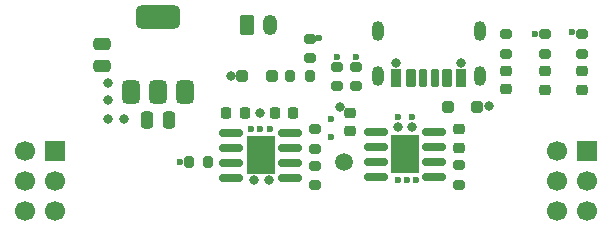
<source format=gts>
G04 #@! TF.GenerationSoftware,KiCad,Pcbnew,9.0.1*
G04 #@! TF.CreationDate,2025-05-19T19:02:10+12:00*
G04 #@! TF.ProjectId,breadbat,62726561-6462-4617-942e-6b696361645f,v1.0.0*
G04 #@! TF.SameCoordinates,Original*
G04 #@! TF.FileFunction,Soldermask,Top*
G04 #@! TF.FilePolarity,Negative*
%FSLAX46Y46*%
G04 Gerber Fmt 4.6, Leading zero omitted, Abs format (unit mm)*
G04 Created by KiCad (PCBNEW 9.0.1) date 2025-05-19 19:02:10*
%MOMM*%
%LPD*%
G01*
G04 APERTURE LIST*
G04 Aperture macros list*
%AMRoundRect*
0 Rectangle with rounded corners*
0 $1 Rounding radius*
0 $2 $3 $4 $5 $6 $7 $8 $9 X,Y pos of 4 corners*
0 Add a 4 corners polygon primitive as box body*
4,1,4,$2,$3,$4,$5,$6,$7,$8,$9,$2,$3,0*
0 Add four circle primitives for the rounded corners*
1,1,$1+$1,$2,$3*
1,1,$1+$1,$4,$5*
1,1,$1+$1,$6,$7*
1,1,$1+$1,$8,$9*
0 Add four rect primitives between the rounded corners*
20,1,$1+$1,$2,$3,$4,$5,0*
20,1,$1+$1,$4,$5,$6,$7,0*
20,1,$1+$1,$6,$7,$8,$9,0*
20,1,$1+$1,$8,$9,$2,$3,0*%
G04 Aperture macros list end*
%ADD10RoundRect,0.225000X-0.250000X0.225000X-0.250000X-0.225000X0.250000X-0.225000X0.250000X0.225000X0*%
%ADD11C,1.500000*%
%ADD12RoundRect,0.375000X0.375000X-0.625000X0.375000X0.625000X-0.375000X0.625000X-0.375000X-0.625000X0*%
%ADD13RoundRect,0.500000X1.400000X-0.500000X1.400000X0.500000X-1.400000X0.500000X-1.400000X-0.500000X0*%
%ADD14RoundRect,0.200000X-0.275000X0.200000X-0.275000X-0.200000X0.275000X-0.200000X0.275000X0.200000X0*%
%ADD15RoundRect,0.150000X0.825000X0.150000X-0.825000X0.150000X-0.825000X-0.150000X0.825000X-0.150000X0*%
%ADD16R,2.410000X3.300000*%
%ADD17RoundRect,0.250000X0.250000X0.475000X-0.250000X0.475000X-0.250000X-0.475000X0.250000X-0.475000X0*%
%ADD18RoundRect,0.200000X0.200000X0.275000X-0.200000X0.275000X-0.200000X-0.275000X0.200000X-0.275000X0*%
%ADD19O,1.200000X1.750000*%
%ADD20RoundRect,0.250000X-0.350000X-0.625000X0.350000X-0.625000X0.350000X0.625000X-0.350000X0.625000X0*%
%ADD21RoundRect,0.250000X0.250000X0.250000X-0.250000X0.250000X-0.250000X-0.250000X0.250000X-0.250000X0*%
%ADD22RoundRect,0.218750X0.256250X-0.218750X0.256250X0.218750X-0.256250X0.218750X-0.256250X-0.218750X0*%
%ADD23RoundRect,0.250000X-0.250000X-0.250000X0.250000X-0.250000X0.250000X0.250000X-0.250000X0.250000X0*%
%ADD24RoundRect,0.218750X-0.256250X0.218750X-0.256250X-0.218750X0.256250X-0.218750X0.256250X0.218750X0*%
%ADD25RoundRect,0.200000X0.275000X-0.200000X0.275000X0.200000X-0.275000X0.200000X-0.275000X-0.200000X0*%
%ADD26RoundRect,0.225000X0.250000X-0.225000X0.250000X0.225000X-0.250000X0.225000X-0.250000X-0.225000X0*%
%ADD27RoundRect,0.225000X0.225000X0.250000X-0.225000X0.250000X-0.225000X-0.250000X0.225000X-0.250000X0*%
%ADD28RoundRect,0.250000X-0.475000X0.250000X-0.475000X-0.250000X0.475000X-0.250000X0.475000X0.250000X0*%
%ADD29RoundRect,0.175000X0.175000X0.625000X-0.175000X0.625000X-0.175000X-0.625000X0.175000X-0.625000X0*%
%ADD30RoundRect,0.200000X0.200000X0.600000X-0.200000X0.600000X-0.200000X-0.600000X0.200000X-0.600000X0*%
%ADD31RoundRect,0.225000X0.225000X0.575000X-0.225000X0.575000X-0.225000X-0.575000X0.225000X-0.575000X0*%
%ADD32O,1.000000X1.700000*%
%ADD33RoundRect,0.225000X-0.225000X-0.250000X0.225000X-0.250000X0.225000X0.250000X-0.225000X0.250000X0*%
%ADD34R,1.700000X1.700000*%
%ADD35C,1.700000*%
%ADD36C,0.800000*%
%ADD37C,0.600000*%
G04 APERTURE END LIST*
D10*
X117107500Y-67432500D03*
X117107500Y-68982500D03*
D11*
X107377500Y-70187500D03*
D12*
X89307500Y-64257500D03*
X91607500Y-64257500D03*
D13*
X91607500Y-57957500D03*
D12*
X93907500Y-64257500D03*
D14*
X104947500Y-67417500D03*
X104947500Y-69067500D03*
D15*
X102802500Y-71542500D03*
X102802500Y-70272500D03*
X102802500Y-69002500D03*
X102802500Y-67732500D03*
X97852500Y-67732500D03*
X97852500Y-69002500D03*
X97852500Y-70272500D03*
X97852500Y-71542500D03*
D16*
X100327500Y-69637500D03*
D14*
X117107500Y-70482500D03*
X117107500Y-72132500D03*
D17*
X92587500Y-66617500D03*
X90687500Y-66617500D03*
D18*
X104492500Y-62917500D03*
X102842500Y-62917500D03*
D19*
X101147500Y-58567500D03*
D20*
X99147500Y-58567500D03*
D14*
X104947500Y-70517500D03*
X104947500Y-72167500D03*
D21*
X101257500Y-62907500D03*
X98757500Y-62907500D03*
D18*
X95872500Y-70242500D03*
X94222500Y-70242500D03*
D22*
X121117500Y-64040000D03*
X121117500Y-62465000D03*
D23*
X116157500Y-65507500D03*
X118657500Y-65507500D03*
D24*
X127517500Y-62525000D03*
X127517500Y-64100000D03*
D25*
X104477500Y-61432500D03*
X104477500Y-59782500D03*
D26*
X107887500Y-67572500D03*
X107887500Y-66022500D03*
D25*
X108367500Y-63772500D03*
X108367500Y-62122500D03*
D14*
X124377500Y-59387500D03*
X124377500Y-61037500D03*
D27*
X103052500Y-66042500D03*
X101502500Y-66042500D03*
D22*
X124377500Y-64100000D03*
X124377500Y-62525000D03*
D28*
X86927500Y-60207500D03*
X86927500Y-62107500D03*
D29*
X115047500Y-63117500D03*
D30*
X113027500Y-63117500D03*
D31*
X111797500Y-63117500D03*
D29*
X114047500Y-63117500D03*
D30*
X116067500Y-63117500D03*
D31*
X117297500Y-63117500D03*
D32*
X118867500Y-62937500D03*
X118867500Y-59137500D03*
X110227500Y-62937500D03*
X110227500Y-59137500D03*
D25*
X127517500Y-61037500D03*
X127517500Y-59387500D03*
D33*
X97427500Y-66042500D03*
X98977500Y-66042500D03*
D15*
X115032500Y-71432500D03*
X115032500Y-70162500D03*
X115032500Y-68892500D03*
X115032500Y-67622500D03*
X110082500Y-67622500D03*
X110082500Y-68892500D03*
X110082500Y-70162500D03*
X110082500Y-71432500D03*
D16*
X112557500Y-69527500D03*
D14*
X121117500Y-59377500D03*
X121117500Y-61027500D03*
D25*
X106787500Y-63772500D03*
X106787500Y-62122500D03*
D34*
X82877500Y-69237500D03*
D35*
X80337500Y-69237500D03*
X82877500Y-71777500D03*
X80337500Y-71777500D03*
X82877500Y-74317500D03*
X80337500Y-74317500D03*
D34*
X127937500Y-69237500D03*
D35*
X125397500Y-69237500D03*
X127937500Y-71777500D03*
X125397500Y-71777500D03*
X127937500Y-74317500D03*
X125397500Y-74317500D03*
D36*
X88777500Y-66527500D03*
X113127500Y-67227500D03*
D37*
X111977500Y-71727500D03*
X111977500Y-66377500D03*
X108377500Y-61327500D03*
X112727500Y-71727500D03*
D36*
X111977500Y-67227500D03*
X111797500Y-61837500D03*
X100237500Y-66037500D03*
D37*
X123577500Y-59327500D03*
X93477500Y-70227500D03*
D36*
X101007500Y-71737500D03*
X99727500Y-71747500D03*
D37*
X101077500Y-67427500D03*
X100277500Y-67427500D03*
X105277500Y-59727500D03*
D36*
X87377500Y-63527500D03*
D37*
X113477500Y-71727500D03*
X113127500Y-66377500D03*
D36*
X119627500Y-65477500D03*
X107057500Y-65537500D03*
X87377500Y-64927500D03*
X97777500Y-62927500D03*
X87377500Y-66527500D03*
D37*
X106777500Y-61327500D03*
X99527500Y-67427500D03*
D36*
X117297500Y-61827500D03*
D37*
X126677500Y-59227500D03*
X106277500Y-68077500D03*
X106287500Y-66537500D03*
M02*

</source>
